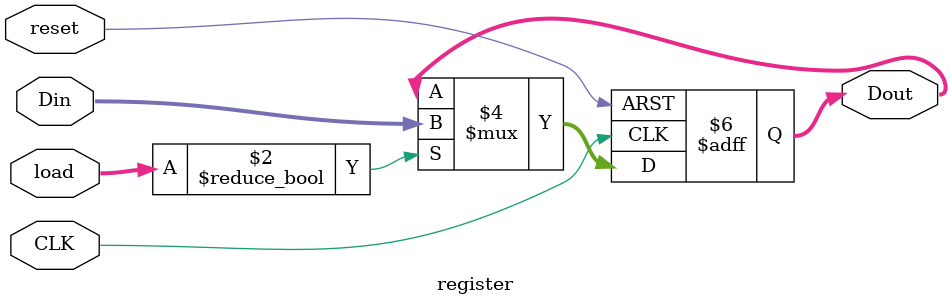
<source format=v>

module register (Dout, Din, load, CLK, reset);

 input  	      CLK, reset;
 input 		[31:0]Din, load;
 output reg     [31:0]Dout;
	
  always @(posedge CLK or posedge reset) begin
    if (reset)
	  Dout[31:0] <= 0;
	else if (load)
	  Dout[31:0] <= Din[31:0];
	else
	  Dout[31:0] <= Dout[31:0];
	
  end
  
endmodule

</source>
